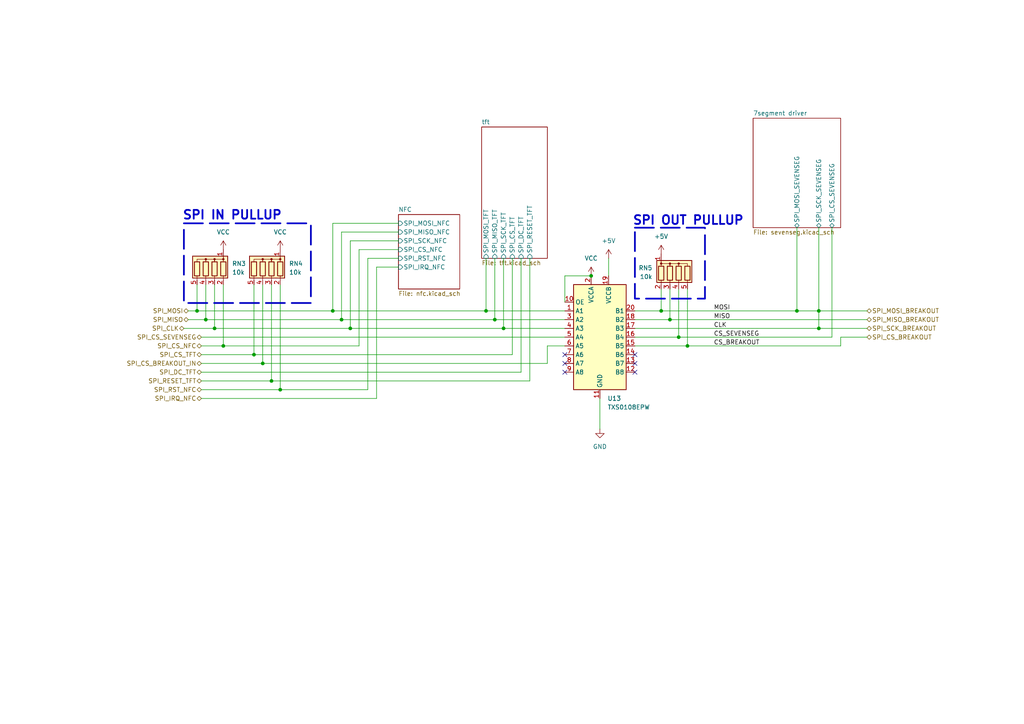
<source format=kicad_sch>
(kicad_sch (version 20231120) (generator "eeschema") (generator_version "8.0")
  (paper "A4")
  (lib_symbols
    (symbol "Device:R_Network04" (pin_names (offset 0) hide)
      (property "Reference" "RN" (at -7.62 0 90))
      (property "Value" "R_Network04" (at 5.08 0 90))
      (symbol "R_Network04_0_1"
        (rectangle (start -6.35 -3.175) (end 3.81 3.175) (stroke (width 0.254)) (fill (type background)))
        (rectangle (start -5.842 1.524) (end -4.318 -2.54) (stroke (width 0.254)))
        (circle (center -5.08 2.286) (radius 0.254) (fill (type outline)))
        (rectangle (start -3.302 1.524) (end -1.778 -2.54) (stroke (width 0.254)))
        (circle (center -2.54 2.286) (radius 0.254) (fill (type outline)))
        (rectangle (start -0.762 1.524) (end 0.762 -2.54) (stroke (width 0.254)))
        (polyline (pts (xy -5.08 -2.54) (xy -5.08 -3.81)))
        (polyline (pts (xy -2.54 -2.54) (xy -2.54 -3.81)))
        (polyline (pts (xy 0 -2.54) (xy 0 -3.81)))
        (polyline (pts (xy 2.54 -2.54) (xy 2.54 -3.81)))
        (polyline (pts (xy -5.08 1.524) (xy -5.08 2.286) (xy -2.54 2.286) (xy -2.54 1.524)))
        (polyline (pts (xy -2.54 1.524) (xy -2.54 2.286) (xy 0 2.286) (xy 0 1.524)))
        (polyline (pts (xy 0 1.524) (xy 0 2.286) (xy 2.54 2.286) (xy 2.54 1.524)))
        (circle (center 0 2.286) (radius 0.254) (fill (type outline)))
        (rectangle (start 1.778 1.524) (end 3.302 -2.54) (stroke (width 0.254)))
      )
      (symbol "R_Network04_1_1"
        (pin passive line (at -5.08 5.08 270) (length 2.54) (name "common") (number "1"))
        (pin passive line (at -5.08 -5.08 90) (length 1.27) (name "R1") (number "2"))
        (pin passive line (at -2.54 -5.08 90) (length 1.27) (name "R2") (number "3"))
        (pin passive line (at 0 -5.08 90) (length 1.27) (name "R3") (number "4"))
        (pin passive line (at 2.54 -5.08 90) (length 1.27) (name "R4") (number "5"))
      )
    )
    (symbol "Logic_LevelTranslator:TXS0108EPW"
      (property "Reference" "U" (at -6.35 16.51 0))
      (property "Value" "TXS0108EPW" (at 3.81 16.51 0))
      (symbol "TXS0108EPW_0_1"
        (rectangle (start -7.62 15.24) (end 7.62 -15.24) (stroke (width 0.254)) (fill (type background)))
      )
      (symbol "TXS0108EPW_1_1"
        (pin bidirectional line (at -10.16 7.62 0) (length 2.54) (name "A1") (number "1"))
        (pin input line (at -10.16 10.16 0) (length 2.54) (name "OE") (number "10"))
        (pin power_in line (at 0 -17.78 90) (length 2.54) (name "GND") (number "11"))
        (pin bidirectional line (at 10.16 -10.16 180) (length 2.54) (name "B8") (number "12"))
        (pin bidirectional line (at 10.16 -7.62 180) (length 2.54) (name "B7") (number "13"))
        (pin bidirectional line (at 10.16 -5.08 180) (length 2.54) (name "B6") (number "14"))
        (pin bidirectional line (at 10.16 -2.54 180) (length 2.54) (name "B5") (number "15"))
        (pin bidirectional line (at 10.16 0 180) (length 2.54) (name "B4") (number "16"))
        (pin bidirectional line (at 10.16 2.54 180) (length 2.54) (name "B3") (number "17"))
        (pin bidirectional line (at 10.16 5.08 180) (length 2.54) (name "B2") (number "18"))
        (pin power_in line (at 2.54 17.78 270) (length 2.54) (name "VCCB") (number "19"))
        (pin power_in line (at -2.54 17.78 270) (length 2.54) (name "VCCA") (number "2"))
        (pin bidirectional line (at 10.16 7.62 180) (length 2.54) (name "B1") (number "20"))
        (pin bidirectional line (at -10.16 5.08 0) (length 2.54) (name "A2") (number "3"))
        (pin bidirectional line (at -10.16 2.54 0) (length 2.54) (name "A3") (number "4"))
        (pin bidirectional line (at -10.16 0 0) (length 2.54) (name "A4") (number "5"))
        (pin bidirectional line (at -10.16 -2.54 0) (length 2.54) (name "A5") (number "6"))
        (pin bidirectional line (at -10.16 -5.08 0) (length 2.54) (name "A6") (number "7"))
        (pin bidirectional line (at -10.16 -7.62 0) (length 2.54) (name "A7") (number "8"))
        (pin bidirectional line (at -10.16 -10.16 0) (length 2.54) (name "A8") (number "9"))
      )
    )
    (symbol "power:+5V" (power) (pin_numbers hide) (pin_names (offset 0) hide)
      (property "Value" "+5V" (at 0 3.556 0))
      (symbol "+5V_0_1"
        (polyline (pts (xy -0.762 1.27) (xy 0 2.54)))
        (polyline (pts (xy 0 0) (xy 0 2.54)))
        (polyline (pts (xy 0 2.54) (xy 0.762 1.27)))
      )
      (symbol "+5V_1_1"
        (pin power_in line (at 0 0 90) (length 0) (name "~") (number "1"))
      )
    )
    (symbol "power:GND" (power) (pin_numbers hide) (pin_names (offset 0) hide)
      (property "Value" "GND" (at 0 -3.81 0))
      (symbol "GND_0_1"
        (polyline (pts (xy 0 0) (xy 0 -1.27) (xy 1.27 -1.27) (xy 0 -2.54) (xy -1.27 -1.27) (xy 0 -1.27)))
      )
      (symbol "GND_1_1"
        (pin power_in line (at 0 0 270) (length 0) (name "~") (number "1"))
      )
    )
    (symbol "power:VCC" (power) (pin_numbers hide) (pin_names (offset 0) hide)
      (property "Value" "VCC" (at 0 3.556 0))
      (symbol "VCC_0_1"
        (polyline (pts (xy -0.762 1.27) (xy 0 2.54)))
        (polyline (pts (xy 0 0) (xy 0 2.54)))
        (polyline (pts (xy 0 2.54) (xy 0.762 1.27)))
      )
      (symbol "VCC_1_1"
        (pin power_in line (at 0 0 90) (length 0) (name "~") (number "1"))
      )
    )
  )
  (junction (at 81.28 113.03))
  (junction (at 196.85 97.79))
  (junction (at 194.31 92.71))
  (junction (at 171.45 80.01))
  (junction (at 73.66 102.87))
  (junction (at 101.6 95.25))
  (junction (at 62.23 95.25))
  (junction (at 78.74 110.49))
  (junction (at 99.06 92.71))
  (junction (at 57.15 90.17))
  (junction (at 191.77 90.17))
  (junction (at 76.2 105.41))
  (junction (at 237.49 95.25))
  (junction (at 140.97 90.17))
  (junction (at 64.77 100.33))
  (junction (at 199.39 100.33))
  (junction (at 143.51 92.71))
  (junction (at 231.14 90.17))
  (junction (at 96.52 90.17))
  (junction (at 237.49 90.17))
  (junction (at 59.69 92.71))
  (junction (at 146.05 95.25))
  (no_connect (at 184.15 105.41))
  (no_connect (at 184.15 107.95))
  (no_connect (at 163.83 107.95))
  (no_connect (at 163.83 105.41))
  (no_connect (at 163.83 102.87))
  (no_connect (at 184.15 102.87))
  (wire (pts (xy 57.15 82.55) (xy 57.15 90.17)))
  (wire (pts (xy 231.14 90.17) (xy 237.49 90.17)))
  (wire (pts (xy 173.99 115.57) (xy 173.99 124.46)))
  (wire (pts (xy 59.69 82.55) (xy 59.69 92.71)))
  (wire (pts (xy 76.2 105.41) (xy 158.75 105.41)))
  (wire (pts (xy 115.57 67.31) (xy 99.06 67.31)))
  (wire (pts (xy 58.42 102.87) (xy 73.66 102.87)))
  (wire (pts (xy 59.69 92.71) (xy 99.06 92.71)))
  (wire (pts (xy 64.77 100.33) (xy 104.14 100.33)))
  (wire (pts (xy 115.57 74.93) (xy 106.68 74.93)))
  (wire (pts (xy 54.61 92.71) (xy 59.69 92.71)))
  (wire (pts (xy 58.42 97.79) (xy 163.83 97.79)))
  (wire (pts (xy 184.15 90.17) (xy 191.77 90.17)))
  (wire (pts (xy 140.97 90.17) (xy 163.83 90.17)))
  (wire (pts (xy 99.06 67.31) (xy 99.06 92.71)))
  (wire (pts (xy 58.42 110.49) (xy 78.74 110.49)))
  (wire (pts (xy 191.77 83.82) (xy 191.77 90.17)))
  (wire (pts (xy 184.15 95.25) (xy 237.49 95.25)))
  (wire (pts (xy 104.14 72.39) (xy 104.14 100.33)))
  (wire (pts (xy 73.66 82.55) (xy 73.66 102.87)))
  (wire (pts (xy 115.57 72.39) (xy 104.14 72.39)))
  (wire (pts (xy 163.83 100.33) (xy 158.75 100.33)))
  (wire (pts (xy 237.49 90.17) (xy 251.46 90.17)))
  (wire (pts (xy 194.31 92.71) (xy 251.46 92.71)))
  (wire (pts (xy 54.61 90.17) (xy 57.15 90.17)))
  (wire (pts (xy 151.13 74.93) (xy 151.13 107.95)))
  (wire (pts (xy 58.42 113.03) (xy 81.28 113.03)))
  (wire (pts (xy 140.97 74.93) (xy 140.97 90.17)))
  (wire (pts (xy 101.6 95.25) (xy 146.05 95.25)))
  (wire (pts (xy 53.34 95.25) (xy 62.23 95.25)))
  (wire (pts (xy 158.75 100.33) (xy 158.75 105.41)))
  (wire (pts (xy 148.59 74.93) (xy 148.59 102.87)))
  (wire (pts (xy 143.51 74.93) (xy 143.51 92.71)))
  (wire (pts (xy 81.28 113.03) (xy 106.68 113.03)))
  (wire (pts (xy 176.53 74.93) (xy 176.53 80.01)))
  (wire (pts (xy 81.28 82.55) (xy 81.28 113.03)))
  (wire (pts (xy 58.42 105.41) (xy 76.2 105.41)))
  (wire (pts (xy 106.68 74.93) (xy 106.68 113.03)))
  (wire (pts (xy 62.23 82.55) (xy 62.23 95.25)))
  (wire (pts (xy 99.06 92.71) (xy 143.51 92.71)))
  (wire (pts (xy 57.15 90.17) (xy 96.52 90.17)))
  (wire (pts (xy 109.22 77.47) (xy 109.22 115.57)))
  (wire (pts (xy 146.05 95.25) (xy 163.83 95.25)))
  (wire (pts (xy 58.42 107.95) (xy 151.13 107.95)))
  (wire (pts (xy 184.15 92.71) (xy 194.31 92.71)))
  (wire (pts (xy 143.51 92.71) (xy 163.83 92.71)))
  (wire (pts (xy 76.2 82.55) (xy 76.2 105.41)))
  (wire (pts (xy 241.3 66.04) (xy 241.3 97.79)))
  (wire (pts (xy 73.66 102.87) (xy 148.59 102.87)))
  (wire (pts (xy 184.15 100.33) (xy 199.39 100.33)))
  (wire (pts (xy 115.57 77.47) (xy 109.22 77.47)))
  (wire (pts (xy 237.49 90.17) (xy 237.49 66.04)))
  (wire (pts (xy 196.85 97.79) (xy 241.3 97.79)))
  (wire (pts (xy 78.74 82.55) (xy 78.74 110.49)))
  (wire (pts (xy 115.57 69.85) (xy 101.6 69.85)))
  (wire (pts (xy 191.77 90.17) (xy 231.14 90.17)))
  (wire (pts (xy 101.6 69.85) (xy 101.6 95.25)))
  (wire (pts (xy 96.52 90.17) (xy 140.97 90.17)))
  (wire (pts (xy 96.52 64.77) (xy 96.52 90.17)))
  (wire (pts (xy 199.39 100.33) (xy 243.84 100.33)))
  (wire (pts (xy 163.83 80.01) (xy 171.45 80.01)))
  (wire (pts (xy 243.84 97.79) (xy 251.46 97.79)))
  (wire (pts (xy 199.39 83.82) (xy 199.39 100.33)))
  (wire (pts (xy 194.31 83.82) (xy 194.31 92.71)))
  (wire (pts (xy 146.05 74.93) (xy 146.05 95.25)))
  (wire (pts (xy 153.67 110.49) (xy 153.67 74.93)))
  (wire (pts (xy 237.49 95.25) (xy 237.49 90.17)))
  (wire (pts (xy 237.49 95.25) (xy 251.46 95.25)))
  (wire (pts (xy 115.57 64.77) (xy 96.52 64.77)))
  (wire (pts (xy 196.85 83.82) (xy 196.85 97.79)))
  (wire (pts (xy 231.14 90.17) (xy 231.14 66.04)))
  (wire (pts (xy 184.15 97.79) (xy 196.85 97.79)))
  (wire (pts (xy 58.42 115.57) (xy 109.22 115.57)))
  (wire (pts (xy 243.84 100.33) (xy 243.84 97.79)))
  (wire (pts (xy 163.83 87.63) (xy 163.83 80.01)))
  (wire (pts (xy 62.23 95.25) (xy 101.6 95.25)))
  (wire (pts (xy 64.77 82.55) (xy 64.77 100.33)))
  (wire (pts (xy 58.42 100.33) (xy 64.77 100.33)))
  (wire (pts (xy 78.74 110.49) (xy 153.67 110.49)))
  (rectangle (start 184.15 66.04) (end 204.47 86.614) (stroke (width 0.5) (type dash)))
  (rectangle (start 53.34 64.77) (end 90.17 87.884) (stroke (width 0.5) (type dash)))
  (text "SPI OUT PULLUP" (at 183.388 65.532 0) (effects (font (size 2.54 2.54) (thickness 0.508) (bold yes)) (justify left bottom)))
  (text "SPI IN PULLUP" (at 52.832 64.008 0) (effects (font (size 2.54 2.54) (thickness 0.508) (bold yes)) (justify left bottom)))
  (label "CS_BREAKOUT" (at 207.01 100.33 0))
  (label "CLK" (at 207.01 95.25 0))
  (label "CS_SEVENSEG" (at 207.01 97.79 0))
  (label "MOSI" (at 207.01 90.17 0))
  (label "MISO" (at 207.01 92.71 0))
  (hierarchical_label "SPI_RST_NFC" (shape bidirectional) (at 58.42 113.03 180))
  (hierarchical_label "SPI_CLK" (shape bidirectional) (at 53.34 95.25 180))
  (hierarchical_label "SPI_CS_TFT" (shape bidirectional) (at 58.42 102.87 180))
  (hierarchical_label "SPI_CS_NFC" (shape bidirectional) (at 58.42 100.33 180))
  (hierarchical_label "SPI_CS_SEVENSEG" (shape bidirectional) (at 58.42 97.79 180))
  (hierarchical_label "SPI_DC_TFT" (shape bidirectional) (at 58.42 107.95 180))
  (hierarchical_label "SPI_MOSI" (shape bidirectional) (at 54.61 90.17 180))
  (hierarchical_label "SPI_MISO_BREAKOUT" (shape bidirectional) (at 251.46 92.71 0))
  (hierarchical_label "SPI_SCK_BREAKOUT" (shape bidirectional) (at 251.46 95.25 0))
  (hierarchical_label "SPI_RESET_TFT" (shape bidirectional) (at 58.42 110.49 180))
  (hierarchical_label "SPI_MISO" (shape bidirectional) (at 54.61 92.71 180))
  (hierarchical_label "SPI_IRQ_NFC" (shape bidirectional) (at 58.42 115.57 180))
  (hierarchical_label "SPI_MOSI_BREAKOUT" (shape bidirectional) (at 251.46 90.17 0))
  (hierarchical_label "SPI_CS_BREAKOUT_IN" (shape bidirectional) (at 58.42 105.41 180))
  (hierarchical_label "SPI_CS_BREAKOUT" (shape bidirectional) (at 251.46 97.79 0))
  (symbol (lib_id "power:+5V") (at 176.53 74.93 0) (unit 1)
    (property "Reference" "#PWR0145" (effects (hide yes)))
    (property "Value" "+5V" (at 176.53 69.85 0))
    (property "Description" "Power symbol creates a global label with name \"+5V\"" (effects (hide yes)))
  )
  (symbol (lib_id "Logic_LevelTranslator:TXS0108EPW") (at 173.99 97.79 0) (unit 1)
    (property "Reference" "U13" (at 176.1841 115.57 0) (effects (justify left)))
    (property "Value" "TXS0108EPW" (at 176.1841 118.11 0) (effects (justify left)))
    (property "Footprint" "Package_SO:TSSOP-20_4.4x6.5mm_P0.65mm" (effects (hide yes)))
    (property "Datasheet" "www.ti.com/lit/ds/symlink/txs0108e.pdf" (effects (hide yes)))
    (property "Description" "Bidirectional  level-shifting voltage translator, TSSOP-20" (effects (hide yes)))
  )
  (symbol (lib_id "Device:R_Network04") (at 196.85 78.74 0) (unit 1)
    (property "Reference" "RN5" (at 189.23 77.7239 0) (effects (justify right)))
    (property "Value" "10k" (at 189.23 80.2639 0) (effects (justify right)))
    (property "Footprint" "Resistor_SMD:R_0603_1608Metric" (effects (hide yes)))
    (property "Datasheet" "http://www.vishay.com/docs/31509/csc.pdf" (effects (hide yes)))
    (property "Description" "4 resistor network, star topology, bussed resistors, small symbol" (effects (hide yes)))
  )
  (symbol (lib_id "Device:R_Network04") (at 59.69 77.47 0) (mirror y) (unit 1)
    (property "Reference" "RN3" (at 67.31 76.4539 0) (effects (justify right)))
    (property "Value" "10k" (at 67.31 78.9939 0) (effects (justify right)))
    (property "Footprint" "Resistor_SMD:R_0603_1608Metric" (effects (hide yes)))
    (property "Datasheet" "http://www.vishay.com/docs/31509/csc.pdf" (effects (hide yes)))
    (property "Description" "4 resistor network, star topology, bussed resistors, small symbol" (effects (hide yes)))
  )
  (symbol (lib_id "power:VCC") (at 81.28 72.39 0) (unit 1)
    (property "Reference" "#PWR0142" (effects (hide yes)))
    (property "Value" "VCC" (at 81.28 67.31 0))
    (property "Description" "Power symbol creates a global label with name \"VCC\"" (effects (hide yes)))
  )
  (symbol (lib_id "power:GND") (at 173.99 124.46 0) (unit 1)
    (property "Reference" "#PWR0144" (effects (hide yes)))
    (property "Value" "GND" (at 173.99 129.54 0))
    (property "Description" "Power symbol creates a global label with name \"GND\" , ground" (effects (hide yes)))
  )
  (symbol (lib_id "power:VCC") (at 64.77 72.39 0) (unit 1)
    (property "Reference" "#PWR0141" (effects (hide yes)))
    (property "Value" "VCC" (at 64.77 67.31 0))
    (property "Description" "Power symbol creates a global label with name \"VCC\"" (effects (hide yes)))
  )
  (symbol (lib_id "power:+5V") (at 191.77 73.66 0) (unit 1)
    (property "Reference" "#PWR0146" (effects (hide yes)))
    (property "Value" "+5V" (at 191.77 68.58 0))
    (property "Description" "Power symbol creates a global label with name \"+5V\"" (effects (hide yes)))
  )
  (symbol (lib_id "Device:R_Network04") (at 76.2 77.47 0) (mirror y) (unit 1)
    (property "Reference" "RN4" (at 83.82 76.4539 0) (effects (justify right)))
    (property "Value" "10k" (at 83.82 78.9939 0) (effects (justify right)))
    (property "Footprint" "Resistor_SMD:R_0603_1608Metric" (effects (hide yes)))
    (property "Datasheet" "http://www.vishay.com/docs/31509/csc.pdf" (effects (hide yes)))
    (property "Description" "4 resistor network, star topology, bussed resistors, small symbol" (effects (hide yes)))
  )
  (symbol (lib_id "power:VCC") (at 171.45 80.01 0) (unit 1)
    (property "Reference" "#PWR0143" (effects (hide yes)))
    (property "Value" "VCC" (at 171.45 74.93 0))
    (property "Description" "Power symbol creates a global label with name \"VCC\"" (effects (hide yes)))
  )
  (sheet (at 139.7 36.83) (size 19.05 38.1) (stroke (width 0.1524))
    (property "Sheetname" "tft" (at 139.7 36.1184 0) (effects (justify left bottom)))
    (property "Sheetfile" "tft.kicad_sch" (at 139.7 75.5146 0) (effects (justify left top)))
    (pin "SPI_MOSI_TFT" input (at 140.97 74.93 270))
    (pin "SPI_MISO_TFT" input (at 143.51 74.93 270))
    (pin "SPI_CS_TFT" input (at 148.59 74.93 270))
    (pin "SPI_SCK_TFT" input (at 146.05 74.93 270))
    (pin "SPI_DC_TFT" input (at 151.13 74.93 270))
    (pin "SPI_RESET_TFT" input (at 153.67 74.93 270))
  )
  (sheet (at 218.44 34.29) (size 25.4 31.75) (stroke (width 0.1524))
    (property "Sheetname" "7segment driver" (at 218.44 33.5784 0) (effects (justify left bottom)))
    (property "Sheetfile" "sevenseg.kicad_sch" (at 218.44 66.6246 0) (effects (justify left top)))
    (pin "SPI_CS_SEVENSEG" bidirectional (at 241.3 66.04 270))
    (pin "SPI_MOSI_SEVENSEG" bidirectional (at 231.14 66.04 270))
    (pin "SPI_SCK_SEVENSEG" bidirectional (at 237.49 66.04 270))
  )
  (sheet (at 115.57 62.23) (size 17.78 21.59) (stroke (width 0.1524))
    (property "Sheetname" "NFC" (at 115.57 61.5184 0) (effects (justify left bottom)))
    (property "Sheetfile" "nfc.kicad_sch" (at 115.57 84.4046 0) (effects (justify left top)))
    (pin "SPI_SCK_NFC" input (at 115.57 69.85 180))
    (pin "SPI_MISO_NFC" input (at 115.57 67.31 180))
    (pin "SPI_MOSI_NFC" input (at 115.57 64.77 180))
    (pin "SPI_CS_NFC" input (at 115.57 72.39 180))
    (pin "SPI_RST_NFC" input (at 115.57 74.93 180))
    (pin "SPI_IRQ_NFC" input (at 115.57 77.47 180))
  )
)
</source>
